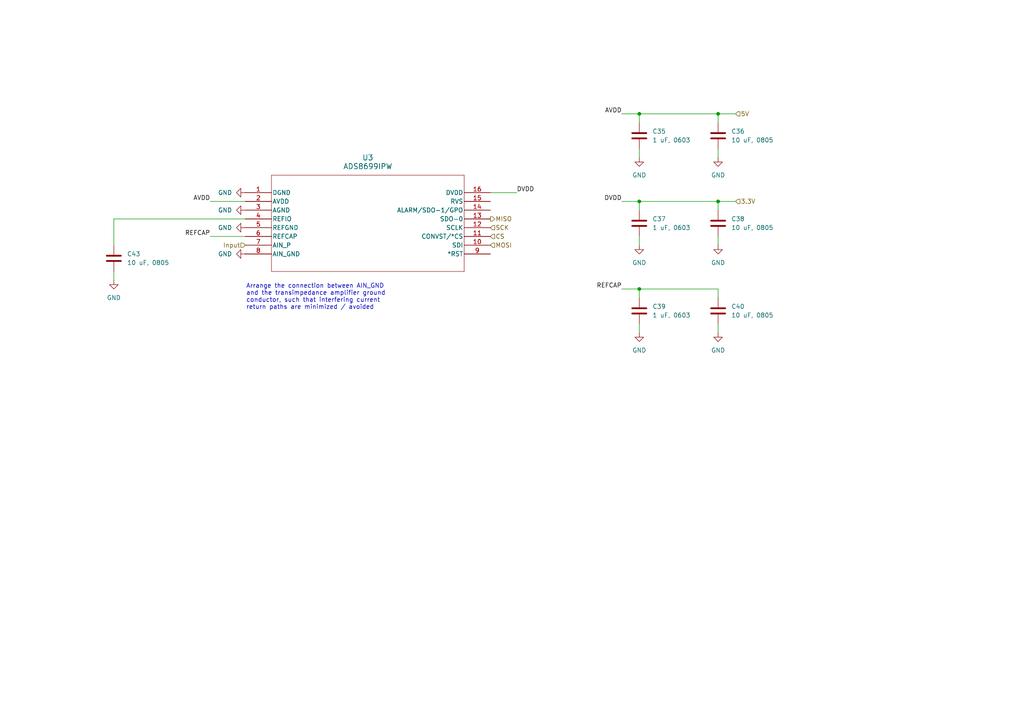
<source format=kicad_sch>
(kicad_sch (version 20250114) (generator "eeschema") (generator_version "9.0")
  (paper "A4")
  (lib_symbols
    (symbol "ADS8699:ADS8699IPW" (pin_names (offset 0.254))
      (property "Reference" "U" (at 35.56 10.16 0))
      (property "Value" "ADS8699IPW" (at 35.56 7.62 0))
      (symbol "ADS8699IPW_0_1"
        (polyline (pts (xy 7.62 5.08) (xy 7.62 -22.86)) (stroke (width 0.127)))
        (polyline (pts (xy 7.62 -22.86) (xy 63.5 -22.86)) (stroke (width 0.127)))
        (polyline (pts (xy 63.5 5.08) (xy 7.62 5.08)) (stroke (width 0.127)))
        (polyline (pts (xy 63.5 -22.86) (xy 63.5 5.08)) (stroke (width 0.127)))
        (pin power_in line (at 0 0 0) (length 7.62) (name "DGND") (number "1"))
        (pin power_in line (at 0 -2.54 0) (length 7.62) (name "AVDD") (number "2"))
        (pin power_in line (at 0 -5.08 0) (length 7.62) (name "AGND") (number "3"))
        (pin bidirectional line (at 0 -7.62 0) (length 7.62) (name "REFIO") (number "4"))
        (pin power_in line (at 0 -10.16 0) (length 7.62) (name "REFGND") (number "5"))
        (pin output line (at 0 -12.7 0) (length 7.62) (name "REFCAP") (number "6"))
        (pin input line (at 0 -15.24 0) (length 7.62) (name "AIN_P") (number "7"))
        (pin input line (at 0 -17.78 0) (length 7.62) (name "AIN_GND") (number "8"))
        (pin power_in line (at 71.12 0 180) (length 7.62) (name "DVDD") (number "16"))
        (pin output line (at 71.12 -2.54 180) (length 7.62) (name "RVS") (number "15"))
        (pin output line (at 71.12 -5.08 180) (length 7.62) (name "ALARM/SDO-1/GPO") (number "14"))
        (pin output line (at 71.12 -7.62 180) (length 7.62) (name "SDO-0") (number "13"))
        (pin input line (at 71.12 -10.16 180) (length 7.62) (name "SCLK") (number "12"))
        (pin input line (at 71.12 -12.7 180) (length 7.62) (name "CONVST/*CS") (number "11"))
        (pin input line (at 71.12 -15.24 180) (length 7.62) (name "SDI") (number "10"))
        (pin input line (at 71.12 -17.78 180) (length 7.62) (name "*RST") (number "9"))
      )
    )
    (symbol "Device:C" (pin_numbers (hide yes)) (pin_names (offset 0.254))
      (property "Reference" "C" (at 0.635 2.54 0))
      (property "Value" "C" (at 0.635 -2.54 0))
      (symbol "C_0_1"
        (polyline (pts (xy -2.032 0.762) (xy 2.032 0.762)) (stroke (width 0.508)))
        (polyline (pts (xy -2.032 -0.762) (xy 2.032 -0.762)) (stroke (width 0.508)))
      )
      (symbol "C_1_1"
        (pin passive line (at 0 3.81 270) (length 2.794) (name "~") (number "1"))
        (pin passive line (at 0 -3.81 90) (length 2.794) (name "~") (number "2"))
      )
    )
    (symbol "power:GND" (power) (pin_numbers (hide yes)) (pin_names (offset 0) (hide yes))
      (property "Value" "GND" (at 0 -3.81 0))
      (symbol "GND_0_1"
        (polyline (pts (xy 0 0) (xy 0 -1.27) (xy 1.27 -1.27) (xy 0 -2.54) (xy -1.27 -1.27) (xy 0 -1.27)))
      )
      (symbol "GND_1_1"
        (pin power_in line (at 0 0 270) (length 0) (name "~") (number "1"))
      )
    )
  )
  (text "Arrange the connection between AIN_GND\nand the transimpedance amplifier ground\nconductor, such that interfering current\nreturn paths are minimized / avoided" (at 71.374 86.106 0) (effects (font (size 1.27 1.27)) (justify left)))
  (junction (at 185.42 83.82))
  (junction (at 208.28 33.02))
  (junction (at 185.42 58.42))
  (junction (at 208.28 58.42))
  (junction (at 185.42 33.02))
  (wire (pts (xy 180.34 33.02) (xy 185.42 33.02)))
  (wire (pts (xy 208.28 86.36) (xy 208.28 83.82)))
  (wire (pts (xy 180.34 83.82) (xy 185.42 83.82)))
  (wire (pts (xy 208.28 83.82) (xy 185.42 83.82)))
  (wire (pts (xy 71.12 63.5) (xy 33.02 63.5)))
  (wire (pts (xy 208.28 60.96) (xy 208.28 58.42)))
  (wire (pts (xy 185.42 33.02) (xy 185.42 35.56)))
  (wire (pts (xy 208.28 58.42) (xy 213.36 58.42)))
  (wire (pts (xy 208.28 43.18) (xy 208.28 45.72)))
  (wire (pts (xy 208.28 68.58) (xy 208.28 71.12)))
  (wire (pts (xy 185.42 83.82) (xy 185.42 86.36)))
  (wire (pts (xy 208.28 33.02) (xy 185.42 33.02)))
  (wire (pts (xy 208.28 35.56) (xy 208.28 33.02)))
  (wire (pts (xy 185.42 43.18) (xy 185.42 45.72)))
  (wire (pts (xy 208.28 33.02) (xy 213.36 33.02)))
  (wire (pts (xy 185.42 93.98) (xy 185.42 96.52)))
  (wire (pts (xy 33.02 63.5) (xy 33.02 71.12)))
  (wire (pts (xy 33.02 78.74) (xy 33.02 81.28)))
  (wire (pts (xy 60.96 58.42) (xy 71.12 58.42)))
  (wire (pts (xy 208.28 93.98) (xy 208.28 96.52)))
  (wire (pts (xy 180.34 58.42) (xy 185.42 58.42)))
  (wire (pts (xy 142.24 55.88) (xy 149.86 55.88)))
  (wire (pts (xy 208.28 58.42) (xy 185.42 58.42)))
  (wire (pts (xy 185.42 58.42) (xy 185.42 60.96)))
  (wire (pts (xy 185.42 68.58) (xy 185.42 71.12)))
  (wire (pts (xy 60.96 68.58) (xy 71.12 68.58)))
  (label "REFCAP" (at 180.34 83.82 180))
  (label "REFCAP" (at 60.96 68.58 180))
  (label "AVDD" (at 180.34 33.02 180))
  (label "DVDD" (at 180.34 58.42 180))
  (label "DVDD" (at 149.86 55.88 0))
  (label "AVDD" (at 60.96 58.42 180))
  (hierarchical_label "3.3V" (shape input) (at 213.36 58.42 0))
  (hierarchical_label "MOSI" (shape input) (at 142.24 71.12 0))
  (hierarchical_label "Input" (shape input) (at 71.12 71.12 180))
  (hierarchical_label "CS" (shape input) (at 142.24 68.58 0))
  (hierarchical_label "MISO" (shape output) (at 142.24 63.5 0))
  (hierarchical_label "5V" (shape input) (at 213.36 33.02 0))
  (hierarchical_label "SCK" (shape input) (at 142.24 66.04 0))
  (symbol (lib_id "power:GND") (at 208.28 96.52 0) (unit 1)
    (property "Reference" "#PWR054" (effects (hide yes)))
    (property "Value" "GND" (at 208.28 101.6 0))
    (property "Description" "Power symbol creates a global label with name \"GND\" , ground" (effects (hide yes)))
  )
  (symbol (lib_id "power:GND") (at 185.42 71.12 0) (unit 1)
    (property "Reference" "#PWR051" (effects (hide yes)))
    (property "Value" "GND" (at 185.42 76.2 0))
    (property "Description" "Power symbol creates a global label with name \"GND\" , ground" (effects (hide yes)))
  )
  (symbol (lib_id "ADS8699:ADS8699IPW") (at 71.12 55.88 0) (unit 1)
    (property "Reference" "U3" (at 106.68 45.72 0) (effects (font (size 1.524 1.524))))
    (property "Value" "ADS8699IPW" (at 106.68 48.26 0) (effects (font (size 1.524 1.524))))
    (property "Footprint" "PW16_TEX" (effects (hide yes)))
    (property "Datasheet" "https://www.ti.com/lit/gpn/ads8699" (effects (hide yes)))
    (property "Purchase Link" "https://www.digikey.com/en/products/detail/texas-instruments/ADS8699IPWR/6600065" (effects (hide yes)))
  )
  (symbol (lib_id "power:GND") (at 33.02 81.28 0) (unit 1)
    (property "Reference" "#PWR057" (effects (hide yes)))
    (property "Value" "GND" (at 33.02 86.36 0))
    (property "Description" "Power symbol creates a global label with name \"GND\" , ground" (effects (hide yes)))
  )
  (symbol (lib_id "power:GND") (at 208.28 71.12 0) (unit 1)
    (property "Reference" "#PWR052" (effects (hide yes)))
    (property "Value" "GND" (at 208.28 76.2 0))
    (property "Description" "Power symbol creates a global label with name \"GND\" , ground" (effects (hide yes)))
  )
  (symbol (lib_id "Device:C") (at 185.42 39.37 0) (unit 1)
    (property "Reference" "C35" (at 189.23 38.0999 0) (effects (justify left)))
    (property "Value" "1 uF, 0603" (at 189.23 40.6399 0) (effects (justify left)))
    (property "Description" "Unpolarized capacitor" (effects (hide yes)))
  )
  (symbol (lib_id "Device:C") (at 185.42 90.17 0) (unit 1)
    (property "Reference" "C39" (at 189.23 88.8999 0) (effects (justify left)))
    (property "Value" "1 uF, 0603" (at 189.23 91.4399 0) (effects (justify left)))
    (property "Description" "Unpolarized capacitor" (effects (hide yes)))
  )
  (symbol (lib_id "Device:C") (at 208.28 64.77 0) (unit 1)
    (property "Reference" "C38" (at 212.09 63.4999 0) (effects (justify left)))
    (property "Value" "10 uF, 0805" (at 212.09 66.0399 0) (effects (justify left)))
    (property "Description" "Unpolarized capacitor" (effects (hide yes)))
  )
  (symbol (lib_id "power:GND") (at 185.42 96.52 0) (unit 1)
    (property "Reference" "#PWR053" (effects (hide yes)))
    (property "Value" "GND" (at 185.42 101.6 0))
    (property "Description" "Power symbol creates a global label with name \"GND\" , ground" (effects (hide yes)))
  )
  (symbol (lib_id "power:GND") (at 71.12 60.96 270) (unit 1)
    (property "Reference" "#PWR048" (effects (hide yes)))
    (property "Value" "GND" (at 67.31 60.9599 90) (effects (justify right)))
    (property "Description" "Power symbol creates a global label with name \"GND\" , ground" (effects (hide yes)))
  )
  (symbol (lib_id "Device:C") (at 185.42 64.77 0) (unit 1)
    (property "Reference" "C37" (at 189.23 63.4999 0) (effects (justify left)))
    (property "Value" "1 uF, 0603" (at 189.23 66.0399 0) (effects (justify left)))
    (property "Description" "Unpolarized capacitor" (effects (hide yes)))
  )
  (symbol (lib_id "power:GND") (at 71.12 73.66 270) (unit 1)
    (property "Reference" "#PWR017" (effects (hide yes)))
    (property "Value" "GND" (at 67.31 73.6599 90) (effects (justify right)))
    (property "Description" "Power symbol creates a global label with name \"GND\" , ground" (effects (hide yes)))
  )
  (symbol (lib_id "Device:C") (at 208.28 39.37 0) (unit 1)
    (property "Reference" "C36" (at 212.09 38.0999 0) (effects (justify left)))
    (property "Value" "10 uF, 0805" (at 212.09 40.6399 0) (effects (justify left)))
    (property "Description" "Unpolarized capacitor" (effects (hide yes)))
  )
  (symbol (lib_id "power:GND") (at 208.28 45.72 0) (unit 1)
    (property "Reference" "#PWR050" (effects (hide yes)))
    (property "Value" "GND" (at 208.28 50.8 0))
    (property "Description" "Power symbol creates a global label with name \"GND\" , ground" (effects (hide yes)))
  )
  (symbol (lib_id "power:GND") (at 185.42 45.72 0) (unit 1)
    (property "Reference" "#PWR049" (effects (hide yes)))
    (property "Value" "GND" (at 185.42 50.8 0))
    (property "Description" "Power symbol creates a global label with name \"GND\" , ground" (effects (hide yes)))
  )
  (symbol (lib_id "Device:C") (at 33.02 74.93 0) (unit 1)
    (property "Reference" "C43" (at 36.83 73.6599 0) (effects (justify left)))
    (property "Value" "10 uF, 0805" (at 36.83 76.1999 0) (effects (justify left)))
    (property "Description" "Unpolarized capacitor" (effects (hide yes)))
  )
  (symbol (lib_id "power:GND") (at 71.12 66.04 270) (unit 1)
    (property "Reference" "#PWR018" (effects (hide yes)))
    (property "Value" "GND" (at 67.31 66.0399 90) (effects (justify right)))
    (property "Description" "Power symbol creates a global label with name \"GND\" , ground" (effects (hide yes)))
  )
  (symbol (lib_id "Device:C") (at 208.28 90.17 0) (unit 1)
    (property "Reference" "C40" (at 212.09 88.8999 0) (effects (justify left)))
    (property "Value" "10 uF, 0805" (at 212.09 91.4399 0) (effects (justify left)))
    (property "Description" "Unpolarized capacitor" (effects (hide yes)))
  )
  (symbol (lib_id "power:GND") (at 71.12 55.88 270) (unit 1)
    (property "Reference" "#PWR047" (effects (hide yes)))
    (property "Value" "GND" (at 67.31 55.8799 90) (effects (justify right)))
    (property "Description" "Power symbol creates a global label with name \"GND\" , ground" (effects (hide yes)))
  )
)
</source>
